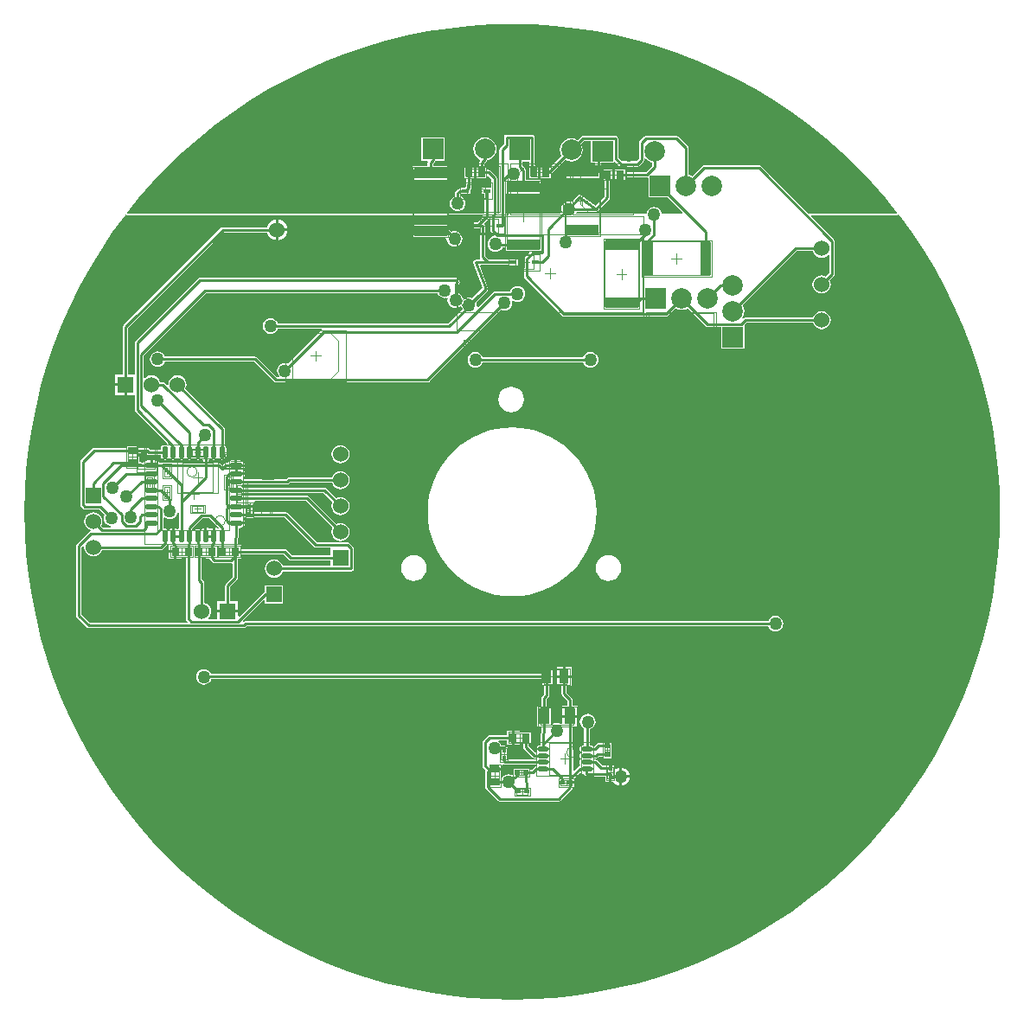
<source format=gbl>
G04 Layer_Physical_Order=2*
G04 Layer_Color=16711680*
%FSLAX43Y43*%
%MOMM*%
G71*
G01*
G75*
%ADD12R,0.450X0.500*%
%ADD13R,0.500X0.450*%
%ADD16R,0.540X0.520*%
%ADD17R,0.850X0.750*%
%ADD18R,0.900X1.350*%
%ADD21R,0.750X0.850*%
%ADD22R,3.200X1.050*%
%ADD23R,1.050X3.200*%
%ADD27C,0.254*%
%ADD28C,0.100*%
%ADD29C,0.050*%
%ADD30C,1.524*%
%ADD31R,1.524X1.524*%
%ADD32R,1.524X1.524*%
%ADD33C,2.000*%
%ADD34R,2.000X2.000*%
%ADD35R,2.000X2.000*%
%ADD36C,1.270*%
%ADD37R,0.520X0.540*%
%ADD38R,1.050X1.650*%
%ADD39R,0.750X0.350*%
%ADD40O,1.250X0.550*%
%ADD41O,0.550X1.250*%
%ADD42O,1.150X0.450*%
G36*
X89025Y112899D02*
X89108Y112843D01*
X89206Y112824D01*
X90584D01*
Y112077D01*
X86846D01*
X86288Y112636D01*
X86204Y112691D01*
X86106Y112711D01*
X81917D01*
Y113133D01*
X81545D01*
Y113724D01*
X81575Y113769D01*
X81595Y113867D01*
Y114715D01*
X81688D01*
X81894Y114756D01*
X82069Y114873D01*
X82186Y115048D01*
X82202Y115127D01*
X81338D01*
Y115381D01*
X82202D01*
X82186Y115460D01*
X82069Y115635D01*
X82018Y115670D01*
X82056Y115797D01*
X82338D01*
Y115679D01*
X83038D01*
Y115797D01*
X86127D01*
X89025Y112899D01*
D02*
G37*
G36*
X72686Y121997D02*
X72770Y121942D01*
X72868Y121922D01*
X74005D01*
Y121829D01*
X74036Y121673D01*
X74125Y121541D01*
X74257Y121452D01*
X74413Y121421D01*
X74569Y121452D01*
X74701Y121541D01*
X74737Y121593D01*
X74889D01*
X74925Y121541D01*
X75057Y121452D01*
X75213Y121421D01*
X75369Y121452D01*
X75501Y121541D01*
X75537Y121593D01*
X75689D01*
X75725Y121541D01*
X75857Y121452D01*
X76013Y121421D01*
X76169Y121452D01*
X76301Y121541D01*
X76337Y121593D01*
X76489D01*
X76525Y121541D01*
X76657Y121452D01*
X76813Y121421D01*
X76969Y121452D01*
X77101Y121541D01*
X77137Y121593D01*
X77289D01*
X77325Y121541D01*
X77457Y121452D01*
X77613Y121421D01*
X77769Y121452D01*
X77901Y121541D01*
X77969D01*
X78032Y121448D01*
X78156Y121364D01*
Y121111D01*
X73903D01*
X73819Y121235D01*
X73644Y121352D01*
X73438Y121393D01*
X73215D01*
Y120854D01*
X72961D01*
Y121393D01*
X72738D01*
X72532Y121352D01*
X72357Y121235D01*
X72275Y121114D01*
X71879Y121207D01*
Y121731D01*
X71765D01*
X71750Y121852D01*
X71750D01*
Y122095D01*
X72588D01*
X72686Y121997D01*
D02*
G37*
G36*
X75756Y116248D02*
Y114744D01*
X75632Y114660D01*
X75594D01*
X75419Y114777D01*
X75340Y114793D01*
Y113929D01*
X75086D01*
Y114793D01*
X75007Y114777D01*
X74832Y114660D01*
X74769Y114567D01*
X74701D01*
X74569Y114656D01*
X74413Y114687D01*
X74374Y114679D01*
X74247Y114783D01*
Y115762D01*
X74374Y115812D01*
X74496Y115719D01*
X74681Y115642D01*
X74879Y115616D01*
X75078Y115642D01*
X75262Y115719D01*
X75421Y115841D01*
X75543Y116000D01*
X75620Y116184D01*
X75629Y116256D01*
X75756Y116248D01*
D02*
G37*
G36*
X74753Y113177D02*
X74809Y113133D01*
X74809Y113133D01*
X74809Y113133D01*
Y112581D01*
X75438D01*
Y112454D01*
X75565D01*
Y111775D01*
X76067D01*
Y111890D01*
X76188Y111904D01*
Y111904D01*
X76431D01*
Y105911D01*
X76451Y105813D01*
X76506Y105729D01*
X76654Y105581D01*
X76606Y105464D01*
X67061D01*
X66246Y106278D01*
Y112873D01*
X66399Y113026D01*
X66519Y112966D01*
X66505Y112860D01*
X66536Y112628D01*
X66625Y112413D01*
X66767Y112227D01*
X66953Y112085D01*
X67168Y111996D01*
X67400Y111965D01*
X67632Y111996D01*
X67847Y112085D01*
X68033Y112227D01*
X68175Y112413D01*
X68254Y112603D01*
X73971D01*
X74070Y112623D01*
X74153Y112678D01*
X74595Y113120D01*
X74650Y113203D01*
X74753Y113177D01*
D02*
G37*
G36*
X79713Y114767D02*
X79705Y114724D01*
X79667Y114702D01*
X79567Y114679D01*
X79419Y114777D01*
X79340Y114793D01*
Y113929D01*
X79086D01*
Y114793D01*
X79007Y114777D01*
X78911Y114714D01*
X78813Y114669D01*
X78715Y114714D01*
X78619Y114777D01*
X78540Y114793D01*
Y113929D01*
X78286D01*
Y114793D01*
X78207Y114777D01*
X78032Y114660D01*
X77969Y114567D01*
X77901D01*
X77769Y114656D01*
X77613Y114687D01*
X77457Y114656D01*
X77325Y114567D01*
X77289Y114515D01*
X77137D01*
X77101Y114567D01*
X77094Y114703D01*
X78135Y115745D01*
X78735D01*
X79713Y114767D01*
D02*
G37*
G36*
X110483Y164028D02*
X112561Y163892D01*
X114632Y163665D01*
X116691Y163348D01*
X118734Y162942D01*
X120758Y162447D01*
X122758Y161864D01*
X124730Y161194D01*
X126672Y160439D01*
X128579Y159600D01*
X130447Y158679D01*
X132273Y157677D01*
X134054Y156596D01*
X135786Y155439D01*
X137466Y154207D01*
X139091Y152903D01*
X140657Y151530D01*
X142162Y150089D01*
X143603Y148584D01*
X144976Y147018D01*
X146102Y145615D01*
X146048Y145500D01*
X137413D01*
X132744Y150169D01*
X132661Y150224D01*
X132563Y150244D01*
X127160D01*
X127160Y150244D01*
X127062Y150224D01*
X126978Y150169D01*
X125997Y149187D01*
X125967Y149210D01*
X125694Y149323D01*
X125657Y149328D01*
Y151994D01*
X125637Y152092D01*
X125582Y152175D01*
X124667Y153090D01*
X124584Y153145D01*
X124486Y153165D01*
X121514D01*
X121415Y153145D01*
X121332Y153090D01*
X121332Y153090D01*
X120875Y152632D01*
X120819Y152549D01*
X120799Y152451D01*
Y150855D01*
X120594Y150650D01*
X119182D01*
X118773Y151059D01*
Y152908D01*
X118754Y153006D01*
X118698Y153090D01*
X118615Y153145D01*
X118516Y153165D01*
X115342D01*
X115342Y153165D01*
X115244Y153145D01*
X115160Y153090D01*
X115160Y153090D01*
X114785Y152714D01*
X114755Y152737D01*
X114482Y152850D01*
X114188Y152889D01*
X113894Y152850D01*
X113621Y152737D01*
X113386Y152556D01*
X113205Y152321D01*
X113092Y152048D01*
X113053Y151754D01*
X113092Y151460D01*
X113205Y151187D01*
X113228Y151157D01*
X112175Y150104D01*
X111213D01*
Y149004D01*
X112213D01*
Y149416D01*
X113591Y150794D01*
X113621Y150771D01*
X113894Y150658D01*
X114188Y150619D01*
X114482Y150658D01*
X114755Y150771D01*
X114990Y150952D01*
X115171Y151187D01*
X115284Y151460D01*
X115323Y151754D01*
X115284Y152048D01*
X115171Y152321D01*
X115148Y152351D01*
X115448Y152651D01*
X116123D01*
Y150529D01*
X116558D01*
Y150304D01*
X113563D01*
Y149004D01*
X117013D01*
Y149497D01*
X117052Y149556D01*
X117072Y149654D01*
Y150529D01*
X118373D01*
Y150566D01*
X118490Y150615D01*
X118894Y150212D01*
X118977Y150156D01*
X119075Y150136D01*
X120701D01*
X120799Y150156D01*
X120882Y150212D01*
X121238Y150567D01*
X121294Y150651D01*
X121313Y150749D01*
Y150920D01*
X121440Y150963D01*
X121526Y150852D01*
X121761Y150671D01*
X122034Y150558D01*
X122071Y150553D01*
Y150173D01*
X121509Y149611D01*
X119488D01*
Y149904D01*
X118488D01*
Y148804D01*
X119488D01*
Y149097D01*
X121615D01*
X121735Y148991D01*
Y147102D01*
X123622D01*
X125106Y145617D01*
X125058Y145500D01*
X123056D01*
X123041Y145613D01*
X122965Y145798D01*
X122843Y145957D01*
X122684Y146079D01*
X122499Y146155D01*
X122301Y146182D01*
X122103Y146155D01*
X121918Y146079D01*
X121759Y145957D01*
X121637Y145798D01*
X121561Y145613D01*
X121546Y145500D01*
X114748D01*
X114690Y145609D01*
X114748Y145717D01*
X116595D01*
X116615Y145721D01*
X116636Y145720D01*
X116664Y145731D01*
X116693Y145736D01*
X116711Y145748D01*
X116730Y145755D01*
X116752Y145776D01*
X116777Y145792D01*
X117920Y146935D01*
X117975Y147018D01*
X117995Y147117D01*
Y148804D01*
X118238D01*
Y149904D01*
X117238D01*
Y148804D01*
X117481D01*
Y147223D01*
X116568Y146310D01*
X115162Y147325D01*
X115134Y147338D01*
X115110Y147354D01*
X115089Y147358D01*
X115070Y147367D01*
X115041Y147368D01*
X115011Y147374D01*
X114991Y147370D01*
X114970Y147370D01*
X114942Y147360D01*
X114913Y147354D01*
X114896Y147343D01*
X114876Y147335D01*
X114854Y147315D01*
X114830Y147298D01*
X114229Y146698D01*
X114191Y146714D01*
X113993Y146740D01*
X113795Y146714D01*
X113610Y146638D01*
X113451Y146516D01*
X113329Y146357D01*
X113253Y146172D01*
X113226Y145974D01*
X113253Y145775D01*
X113268Y145737D01*
X113031Y145500D01*
X107674D01*
Y147414D01*
X107763Y147504D01*
X111213D01*
Y148804D01*
X109745D01*
Y149758D01*
X109725Y149857D01*
X109670Y149940D01*
X109365Y150245D01*
Y150629D01*
X110106D01*
Y150190D01*
X110035Y150104D01*
X109963D01*
Y149004D01*
X110963D01*
Y150104D01*
X110717D01*
X110700Y150189D01*
X110645Y150272D01*
X110620Y150297D01*
Y153010D01*
X110600Y153108D01*
X110545Y153191D01*
X110461Y153247D01*
X110363Y153267D01*
X107848D01*
X107750Y153247D01*
X107667Y153191D01*
X107611Y153108D01*
X107591Y153010D01*
Y152354D01*
X107235Y151997D01*
X107179Y151914D01*
X107160Y151816D01*
Y148742D01*
Y145500D01*
X106912D01*
Y148970D01*
X106892Y149068D01*
X106836Y149151D01*
X106252Y149736D01*
X106169Y149791D01*
X106070Y149811D01*
X105913D01*
Y150104D01*
X105670D01*
Y150439D01*
X105910Y150679D01*
X105957Y150749D01*
X106022Y150758D01*
X106295Y150871D01*
X106530Y151052D01*
X106711Y151287D01*
X106824Y151560D01*
X106863Y151854D01*
X106824Y152148D01*
X106711Y152421D01*
X106530Y152656D01*
X106295Y152837D01*
X106022Y152950D01*
X105728Y152989D01*
X105434Y152950D01*
X105161Y152837D01*
X104926Y152656D01*
X104745Y152421D01*
X104632Y152148D01*
X104593Y151854D01*
X104632Y151560D01*
X104745Y151287D01*
X104926Y151052D01*
X105161Y150871D01*
X105207Y150852D01*
X105209Y150842D01*
X105219Y150710D01*
X105176Y150644D01*
X105156Y150546D01*
Y150104D01*
X104913D01*
Y149004D01*
X105913D01*
Y149168D01*
X106040Y149221D01*
X106398Y148863D01*
Y148054D01*
X105463D01*
Y147454D01*
X105706D01*
Y145500D01*
X70752D01*
X70698Y145615D01*
X71824Y147018D01*
X73197Y148584D01*
X74638Y150089D01*
X76143Y151530D01*
X77709Y152903D01*
X79334Y154207D01*
X81014Y155439D01*
X82746Y156596D01*
X84527Y157677D01*
X86353Y158679D01*
X88221Y159600D01*
X90128Y160439D01*
X92070Y161194D01*
X94042Y161864D01*
X96042Y162447D01*
X98066Y162942D01*
X100109Y163348D01*
X102168Y163665D01*
X104239Y163892D01*
X106317Y164028D01*
X108400Y164074D01*
X110483Y164028D01*
D02*
G37*
G36*
X146278Y145396D02*
X146280Y145393D01*
X147512Y143713D01*
X148669Y141981D01*
X149750Y140200D01*
X150752Y138374D01*
X151673Y136506D01*
X152512Y134599D01*
X153267Y132657D01*
X153937Y130685D01*
X154520Y128685D01*
X155015Y126661D01*
X155421Y124618D01*
X155738Y122559D01*
X155965Y120488D01*
X156101Y118410D01*
X156147Y116327D01*
X156101Y114244D01*
X155965Y112166D01*
X155738Y110095D01*
X155421Y108036D01*
X155015Y105993D01*
X154520Y103969D01*
X153937Y101969D01*
X153267Y99997D01*
X152512Y98055D01*
X151673Y96148D01*
X150752Y94280D01*
X149750Y92454D01*
X148669Y90673D01*
X147512Y88941D01*
X146280Y87261D01*
X144976Y85636D01*
X143603Y84070D01*
X142162Y82565D01*
X140657Y81124D01*
X139091Y79751D01*
X137466Y78447D01*
X135786Y77215D01*
X134054Y76058D01*
X132273Y74977D01*
X130447Y73975D01*
X128579Y73054D01*
X126672Y72215D01*
X124730Y71460D01*
X122758Y70790D01*
X120758Y70207D01*
X118734Y69712D01*
X116691Y69306D01*
X114632Y68989D01*
X112561Y68762D01*
X110483Y68626D01*
X108400Y68580D01*
X106317Y68626D01*
X104239Y68762D01*
X102168Y68989D01*
X100109Y69306D01*
X98066Y69712D01*
X96042Y70207D01*
X94042Y70790D01*
X92070Y71460D01*
X90128Y72215D01*
X88221Y73054D01*
X86353Y73975D01*
X84527Y74977D01*
X82746Y76058D01*
X81014Y77215D01*
X79334Y78447D01*
X77709Y79751D01*
X76143Y81124D01*
X74638Y82565D01*
X73197Y84070D01*
X71824Y85636D01*
X70520Y87261D01*
X69288Y88941D01*
X68131Y90673D01*
X67050Y92454D01*
X66048Y94280D01*
X65127Y96148D01*
X64288Y98055D01*
X63533Y99997D01*
X62863Y101969D01*
X62280Y103969D01*
X61785Y105993D01*
X61379Y108036D01*
X61062Y110095D01*
X60835Y112166D01*
X60699Y114244D01*
X60653Y116327D01*
X60699Y118410D01*
X60835Y120488D01*
X61062Y122559D01*
X61379Y124618D01*
X61785Y126661D01*
X62280Y128685D01*
X62863Y130685D01*
X63533Y132657D01*
X64288Y134599D01*
X65127Y136506D01*
X66048Y138374D01*
X67050Y140200D01*
X68131Y141981D01*
X69288Y143713D01*
X70520Y145393D01*
X70522Y145396D01*
X70564Y145406D01*
X70657Y145404D01*
X70685Y145393D01*
X70708Y145372D01*
X70731Y145374D01*
X70752Y145365D01*
X105519D01*
X105568Y145247D01*
X104975Y144654D01*
X104538D01*
Y144054D01*
X105233D01*
Y141287D01*
X105253Y141189D01*
X105286Y141138D01*
X105238Y141011D01*
X104851D01*
X104807Y141002D01*
X104762Y140995D01*
X104758Y140992D01*
X104753Y140991D01*
X104715Y140966D01*
X104676Y140942D01*
X104674Y140938D01*
X104670Y140936D01*
X104644Y140898D01*
X104618Y140861D01*
X104617Y140856D01*
X104614Y140852D01*
X104605Y140808D01*
X104594Y140764D01*
X104595Y140759D01*
X104594Y140754D01*
X104603Y140710D01*
X104610Y140665D01*
X105509Y138243D01*
X104443Y137268D01*
X104389Y137291D01*
X104191Y137317D01*
X103992Y137291D01*
X103808Y137214D01*
X103724Y137150D01*
X103588Y137206D01*
X103585Y137229D01*
X103508Y137414D01*
X103387Y137573D01*
X103228Y137695D01*
X103102Y137747D01*
Y138527D01*
X103204Y138629D01*
X103260Y138713D01*
X103279Y138811D01*
X103260Y138909D01*
X103204Y138993D01*
X103026Y139170D01*
X102943Y139226D01*
X102845Y139246D01*
X77800D01*
X77800Y139246D01*
X77702Y139226D01*
X77619Y139170D01*
X77619Y139170D01*
X71523Y133074D01*
X71467Y132991D01*
X71447Y132893D01*
Y129816D01*
X70817D01*
Y134335D01*
X80175Y143693D01*
X84409D01*
X84410Y143685D01*
X84513Y143438D01*
X84675Y143225D01*
X84888Y143063D01*
X85135Y142960D01*
X85273Y142942D01*
Y143950D01*
Y144958D01*
X85135Y144940D01*
X84888Y144838D01*
X84675Y144675D01*
X84513Y144462D01*
X84410Y144215D01*
X84409Y144207D01*
X80069D01*
X80069Y144207D01*
X79971Y144187D01*
X79887Y144132D01*
X70378Y134623D01*
X70323Y134539D01*
X70303Y134441D01*
Y129816D01*
X69544D01*
Y128927D01*
X70560D01*
Y128800D01*
X70687D01*
Y127784D01*
X71447D01*
Y126289D01*
X71467Y126190D01*
X71523Y126107D01*
X74610Y123020D01*
X74538Y122912D01*
X74413Y122937D01*
X74257Y122906D01*
X74125Y122817D01*
X74036Y122685D01*
X74005Y122529D01*
Y122436D01*
X72974D01*
X72876Y122534D01*
X72793Y122589D01*
X72695Y122609D01*
X71750D01*
Y122852D01*
X70650D01*
Y122609D01*
X67462D01*
X67364Y122589D01*
X67281Y122534D01*
X66189Y121442D01*
X66133Y121358D01*
X66113Y121260D01*
Y117043D01*
X66133Y116945D01*
X66189Y116862D01*
X66392Y116658D01*
X66475Y116603D01*
X66573Y116583D01*
X67940D01*
X68502Y116021D01*
X68450Y115895D01*
X68424Y115696D01*
X68450Y115498D01*
X68526Y115313D01*
X68648Y115154D01*
X68807Y115032D01*
X68992Y114956D01*
X69135Y114937D01*
X69127Y114810D01*
X68353D01*
X68185Y114978D01*
X68264Y115168D01*
X68295Y115400D01*
X68264Y115632D01*
X68175Y115847D01*
X68033Y116033D01*
X67847Y116175D01*
X67632Y116264D01*
X67400Y116295D01*
X67168Y116264D01*
X66953Y116175D01*
X66767Y116033D01*
X66625Y115847D01*
X66536Y115632D01*
X66505Y115400D01*
X66536Y115168D01*
X66625Y114953D01*
X66767Y114767D01*
X66953Y114625D01*
X67133Y114550D01*
X67122Y114419D01*
X67086Y114411D01*
X67002Y114356D01*
X65808Y113161D01*
X65752Y113078D01*
X65732Y112979D01*
Y106172D01*
X65752Y106074D01*
X65808Y105990D01*
X66773Y105025D01*
X66856Y104969D01*
X66954Y104950D01*
X82118D01*
X82217Y104969D01*
X82300Y105025D01*
X82402Y105128D01*
X133471D01*
X133523Y105001D01*
X133645Y104843D01*
X133804Y104721D01*
X133989Y104644D01*
X134187Y104618D01*
X134386Y104644D01*
X134571Y104721D01*
X134729Y104843D01*
X134851Y105001D01*
X134928Y105186D01*
X134954Y105385D01*
X134928Y105583D01*
X134851Y105768D01*
X134729Y105927D01*
X134571Y106048D01*
X134386Y106125D01*
X134187Y106151D01*
X133989Y106125D01*
X133804Y106048D01*
X133645Y105927D01*
X133523Y105768D01*
X133471Y105642D01*
X82296D01*
X82198Y105622D01*
X82114Y105566D01*
X82095Y105547D01*
X82090Y105548D01*
X82048Y105686D01*
X84096Y107733D01*
X84213Y107685D01*
Y107343D01*
X85987D01*
Y109117D01*
X84213D01*
Y108484D01*
X84131Y108467D01*
X84047Y108412D01*
X81703Y106068D01*
X81586Y106117D01*
Y106473D01*
X79554D01*
Y105843D01*
X78698D01*
X78671Y105922D01*
X78665Y105970D01*
X78805Y106153D01*
X78894Y106368D01*
X78925Y106600D01*
X78894Y106832D01*
X78805Y107047D01*
X78663Y107233D01*
X78477Y107375D01*
X78287Y107454D01*
Y109372D01*
X78267Y109471D01*
X78212Y109554D01*
X78020Y109746D01*
Y111904D01*
X78263D01*
Y111904D01*
X78384Y111890D01*
Y111775D01*
X78766D01*
X78776Y111727D01*
X78831Y111644D01*
X79066Y111409D01*
X79150Y111353D01*
X79248Y111333D01*
X80874D01*
X80904Y111339D01*
X81031Y111251D01*
Y109968D01*
X80388Y109325D01*
X80333Y109242D01*
X80313Y109144D01*
Y107616D01*
X79554D01*
Y106727D01*
X81586D01*
Y107616D01*
X80827D01*
Y109037D01*
X81470Y109680D01*
X81525Y109763D01*
X81545Y109862D01*
Y111775D01*
X81917D01*
Y112197D01*
X86000D01*
X86558Y111638D01*
X86642Y111583D01*
X86740Y111563D01*
X90584D01*
Y111027D01*
X85954D01*
X85875Y111217D01*
X85733Y111403D01*
X85547Y111545D01*
X85332Y111634D01*
X85100Y111665D01*
X84868Y111634D01*
X84653Y111545D01*
X84467Y111403D01*
X84325Y111217D01*
X84236Y111002D01*
X84205Y110770D01*
X84236Y110539D01*
X84325Y110323D01*
X84467Y110137D01*
X84653Y109995D01*
X84868Y109906D01*
X85100Y109875D01*
X85332Y109906D01*
X85547Y109995D01*
X85733Y110137D01*
X85875Y110323D01*
X85954Y110513D01*
X92634D01*
X92732Y110533D01*
X92815Y110588D01*
X92871Y110672D01*
X92891Y110770D01*
Y112776D01*
X92891Y112776D01*
X92871Y112874D01*
X92815Y112958D01*
X92511Y113262D01*
X92427Y113318D01*
X92329Y113338D01*
X89313D01*
X86415Y116236D01*
X86331Y116291D01*
X86233Y116311D01*
X83278D01*
X83167Y116350D01*
Y116727D01*
X82688D01*
Y116981D01*
X83167D01*
Y117358D01*
X83278Y117397D01*
X88200D01*
X90815Y114782D01*
X90736Y114592D01*
X90705Y114360D01*
X90736Y114128D01*
X90825Y113913D01*
X90967Y113727D01*
X91153Y113585D01*
X91368Y113496D01*
X91600Y113465D01*
X91832Y113496D01*
X92047Y113585D01*
X92233Y113727D01*
X92375Y113913D01*
X92464Y114128D01*
X92495Y114360D01*
X92464Y114592D01*
X92375Y114807D01*
X92233Y114993D01*
X92047Y115135D01*
X91832Y115224D01*
X91600Y115255D01*
X91368Y115224D01*
X91178Y115145D01*
X88488Y117836D01*
X88404Y117891D01*
X88306Y117911D01*
X81997D01*
X81976Y117942D01*
X81924Y117978D01*
Y118101D01*
X82023Y118197D01*
X89940D01*
X90815Y117322D01*
X90736Y117132D01*
X90705Y116900D01*
X90736Y116668D01*
X90825Y116453D01*
X90967Y116267D01*
X91153Y116125D01*
X91368Y116036D01*
X91600Y116005D01*
X91832Y116036D01*
X92047Y116125D01*
X92233Y116267D01*
X92375Y116453D01*
X92464Y116668D01*
X92495Y116900D01*
X92464Y117132D01*
X92375Y117347D01*
X92233Y117533D01*
X92047Y117675D01*
X91832Y117764D01*
X91600Y117795D01*
X91368Y117764D01*
X91178Y117685D01*
X90228Y118636D01*
X90144Y118691D01*
X90046Y118711D01*
X81997D01*
X81976Y118742D01*
X81924Y118778D01*
Y118901D01*
X82023Y118997D01*
X86360D01*
X86458Y119017D01*
X86542Y119072D01*
X86652Y119183D01*
X90746D01*
X90825Y118993D01*
X90967Y118807D01*
X91153Y118665D01*
X91368Y118576D01*
X91600Y118545D01*
X91832Y118576D01*
X92047Y118665D01*
X92233Y118807D01*
X92375Y118993D01*
X92464Y119208D01*
X92495Y119440D01*
X92464Y119672D01*
X92375Y119887D01*
X92233Y120073D01*
X92047Y120215D01*
X91832Y120304D01*
X91600Y120335D01*
X91368Y120304D01*
X91153Y120215D01*
X90967Y120073D01*
X90825Y119887D01*
X90746Y119697D01*
X86546D01*
X86448Y119677D01*
X86364Y119622D01*
X86254Y119511D01*
X82056D01*
X82018Y119638D01*
X82069Y119673D01*
X82186Y119848D01*
X82202Y119927D01*
X81338D01*
Y120181D01*
X82202D01*
X82186Y120260D01*
X82069Y120435D01*
Y120473D01*
X82186Y120648D01*
X82202Y120727D01*
X81338D01*
Y120854D01*
X81211D01*
Y121393D01*
X80988D01*
X80782Y121352D01*
X80607Y121235D01*
X80523Y121111D01*
X80366D01*
X80366Y121111D01*
X80267Y121091D01*
X80184Y121036D01*
X80035Y120886D01*
X79885Y121036D01*
X79802Y121091D01*
X79703Y121111D01*
X78670D01*
Y121364D01*
X78794Y121448D01*
X78857Y121541D01*
X78925D01*
X79057Y121452D01*
X79213Y121421D01*
X79369Y121452D01*
X79501Y121541D01*
X79537Y121593D01*
X79689D01*
X79725Y121541D01*
X79857Y121452D01*
X80013Y121421D01*
X80169Y121452D01*
X80301Y121541D01*
X80390Y121673D01*
X80421Y121829D01*
Y122529D01*
X80390Y122685D01*
X80301Y122817D01*
X80270Y122838D01*
Y124427D01*
X80250Y124525D01*
X80195Y124609D01*
X76425Y128378D01*
X76504Y128568D01*
X76535Y128800D01*
X76504Y129032D01*
X76415Y129247D01*
X76273Y129433D01*
X76087Y129575D01*
X75872Y129664D01*
X75640Y129695D01*
X75408Y129664D01*
X75193Y129575D01*
X75007Y129433D01*
X74865Y129247D01*
X74776Y129032D01*
X74746Y128803D01*
X74707Y128773D01*
X74632Y128736D01*
X74387Y128982D01*
X74304Y129037D01*
X74205Y129057D01*
X73954D01*
X73875Y129247D01*
X73733Y129433D01*
X73547Y129575D01*
X73332Y129664D01*
X73100Y129695D01*
X72868Y129664D01*
X72653Y129575D01*
X72469Y129434D01*
X72421Y129440D01*
X72342Y129467D01*
Y131644D01*
X78465Y137767D01*
X101087D01*
X101139Y137640D01*
X101261Y137482D01*
X101420Y137360D01*
X101605Y137283D01*
X101803Y137257D01*
X101988Y137281D01*
X102016Y137269D01*
X102098Y137186D01*
X102078Y137031D01*
X102104Y136832D01*
X102181Y136648D01*
X102303Y136489D01*
X102461Y136367D01*
X102646Y136290D01*
X102845Y136264D01*
X103043Y136290D01*
X103228Y136367D01*
X103312Y136431D01*
X103447Y136375D01*
X103450Y136352D01*
X103525Y136172D01*
X102129Y134775D01*
X85476D01*
X85424Y134902D01*
X85302Y135060D01*
X85143Y135182D01*
X84958Y135259D01*
X84760Y135285D01*
X84561Y135259D01*
X84377Y135182D01*
X84218Y135060D01*
X84096Y134902D01*
X84019Y134717D01*
X83993Y134518D01*
X84019Y134320D01*
X84096Y134135D01*
X84218Y133976D01*
X84377Y133855D01*
X84561Y133778D01*
X84760Y133752D01*
X84958Y133778D01*
X85143Y133855D01*
X85302Y133976D01*
X85424Y134135D01*
X85476Y134261D01*
X89736D01*
X89776Y134164D01*
X89778Y134134D01*
X86482Y130838D01*
X86355Y130890D01*
X86157Y130916D01*
X85958Y130890D01*
X85774Y130813D01*
X85615Y130692D01*
X85493Y130533D01*
X85416Y130348D01*
X85390Y130150D01*
X85416Y129951D01*
X85493Y129766D01*
X85585Y129647D01*
X85533Y129520D01*
X85376D01*
X83447Y131449D01*
X83363Y131505D01*
X83265Y131524D01*
X74427D01*
X74375Y131650D01*
X74253Y131809D01*
X74094Y131931D01*
X73909Y132008D01*
X73711Y132034D01*
X73512Y132008D01*
X73328Y131931D01*
X73169Y131809D01*
X73047Y131650D01*
X72970Y131466D01*
X72944Y131267D01*
X72970Y131069D01*
X73047Y130884D01*
X73169Y130725D01*
X73328Y130603D01*
X73512Y130527D01*
X73711Y130501D01*
X73909Y130527D01*
X74094Y130603D01*
X74253Y130725D01*
X74375Y130884D01*
X74427Y131010D01*
X83159D01*
X85088Y129081D01*
X85171Y129025D01*
X85270Y129006D01*
X85270Y129006D01*
X100129D01*
X100227Y129025D01*
X100310Y129081D01*
X107320Y136091D01*
X107447Y136039D01*
X107645Y136012D01*
X107844Y136039D01*
X108028Y136115D01*
X108187Y136237D01*
X108309Y136396D01*
X108386Y136581D01*
X108412Y136779D01*
X108389Y136954D01*
X108440Y137000D01*
X108503Y137027D01*
X108532Y137004D01*
X108717Y136928D01*
X108915Y136901D01*
X109114Y136928D01*
X109298Y137004D01*
X109457Y137126D01*
X109579Y137285D01*
X109656Y137470D01*
X109682Y137668D01*
X109656Y137866D01*
X109579Y138051D01*
X109457Y138210D01*
X109298Y138332D01*
X109114Y138408D01*
X108915Y138435D01*
X108717Y138408D01*
X108532Y138332D01*
X108373Y138210D01*
X108251Y138051D01*
X108199Y137925D01*
X106705D01*
X106607Y137905D01*
X106524Y137850D01*
X105064Y136390D01*
X104944Y136450D01*
X104957Y136550D01*
X104931Y136749D01*
X104893Y136842D01*
X105995Y137992D01*
X106018Y138027D01*
X106043Y138061D01*
X106043Y138062D01*
X106044Y138062D01*
X106045Y138070D01*
X106049Y138076D01*
X106057Y138117D01*
X106067Y138158D01*
X106067Y138159D01*
X106067Y138160D01*
X106066Y138168D01*
X106067Y138175D01*
X106058Y138216D01*
X106052Y138257D01*
X106051Y138258D01*
X106051Y138259D01*
X105259Y140393D01*
X105332Y140497D01*
X108013D01*
Y140454D01*
X109013D01*
Y141054D01*
X108013D01*
Y141011D01*
X106129D01*
X105747Y141393D01*
Y144354D01*
X105727Y144452D01*
X105672Y144536D01*
X105664Y144616D01*
X106145Y145097D01*
X106169Y145134D01*
X106296Y145095D01*
Y143866D01*
X106316Y143767D01*
X106371Y143684D01*
X106644Y143411D01*
X106603Y143291D01*
X106558Y143285D01*
X106373Y143209D01*
X106214Y143087D01*
X106092Y142928D01*
X106016Y142743D01*
X105990Y142545D01*
X106016Y142346D01*
X106092Y142162D01*
X106214Y142003D01*
X106373Y141881D01*
X106558Y141804D01*
X106756Y141778D01*
X106955Y141804D01*
X107139Y141881D01*
X107298Y142003D01*
X107420Y142162D01*
X107435Y142197D01*
X107763D01*
Y141804D01*
X110058D01*
X110107Y141687D01*
X109623Y141202D01*
X109567Y141119D01*
X109547Y141021D01*
Y139395D01*
X109567Y139297D01*
X109623Y139214D01*
X113306Y135531D01*
X113389Y135475D01*
X113487Y135455D01*
X113487Y135455D01*
X123485D01*
X123583Y135475D01*
X123667Y135531D01*
X124403Y136267D01*
X124433Y136244D01*
X124706Y136131D01*
X125000Y136092D01*
X125294Y136131D01*
X125567Y136244D01*
X125597Y136267D01*
X127349Y134515D01*
X127433Y134459D01*
X127531Y134439D01*
X128875D01*
Y132302D01*
X131125D01*
Y134552D01*
X131125Y134552D01*
X131125D01*
X131167Y134664D01*
X131346Y134843D01*
X137846D01*
X137925Y134653D01*
X138067Y134467D01*
X138253Y134325D01*
X138468Y134236D01*
X138700Y134205D01*
X138932Y134236D01*
X139147Y134325D01*
X139333Y134467D01*
X139475Y134653D01*
X139564Y134869D01*
X139595Y135100D01*
X139564Y135332D01*
X139475Y135547D01*
X139333Y135733D01*
X139147Y135875D01*
X138932Y135964D01*
X138700Y135995D01*
X138468Y135964D01*
X138253Y135875D01*
X138067Y135733D01*
X137925Y135547D01*
X137846Y135357D01*
X131239D01*
X131141Y135337D01*
X131058Y135282D01*
X131035Y135259D01*
X130939Y135343D01*
X130983Y135400D01*
X131096Y135673D01*
X131135Y135967D01*
X131096Y136261D01*
X130983Y136534D01*
X130960Y136564D01*
X136239Y141843D01*
X137846D01*
X137925Y141653D01*
X138067Y141467D01*
X138253Y141325D01*
X138468Y141236D01*
X138700Y141205D01*
X138932Y141236D01*
X139147Y141325D01*
X139333Y141467D01*
X139348Y141488D01*
X139468Y141447D01*
Y139732D01*
X139122Y139385D01*
X138932Y139464D01*
X138700Y139495D01*
X138468Y139464D01*
X138253Y139375D01*
X138067Y139233D01*
X137925Y139047D01*
X137836Y138832D01*
X137805Y138600D01*
X137836Y138368D01*
X137925Y138153D01*
X138067Y137967D01*
X138253Y137825D01*
X138468Y137736D01*
X138700Y137705D01*
X138932Y137736D01*
X139147Y137825D01*
X139333Y137967D01*
X139475Y138153D01*
X139564Y138368D01*
X139595Y138600D01*
X139564Y138832D01*
X139485Y139022D01*
X139907Y139444D01*
X139963Y139527D01*
X139982Y139625D01*
Y142824D01*
X139963Y142923D01*
X139907Y143006D01*
X137666Y145247D01*
X137714Y145365D01*
X146048D01*
X146069Y145374D01*
X146092Y145372D01*
X146115Y145393D01*
X146143Y145404D01*
X146236Y145406D01*
X146278Y145396D01*
D02*
G37*
%LPC*%
G36*
X75311Y112327D02*
X74809D01*
Y111775D01*
X75311D01*
Y112327D01*
D02*
G37*
G36*
X104663Y150104D02*
X103663D01*
Y149004D01*
X103906D01*
Y148210D01*
X103750Y148054D01*
X103313D01*
Y148011D01*
X103304D01*
X103206Y147991D01*
X103122Y147936D01*
X102892Y147705D01*
X102836Y147622D01*
X102816Y147523D01*
Y147249D01*
X102690Y147196D01*
X102531Y147075D01*
X102409Y146916D01*
X102333Y146731D01*
X102307Y146533D01*
X102333Y146334D01*
X102409Y146149D01*
X102531Y145991D01*
X102690Y145869D01*
X102875Y145792D01*
X103073Y145766D01*
X103272Y145792D01*
X103456Y145869D01*
X103615Y145991D01*
X103737Y146149D01*
X103814Y146334D01*
X103840Y146533D01*
X103814Y146731D01*
X103737Y146916D01*
X103615Y147075D01*
X103456Y147196D01*
X103330Y147249D01*
Y147417D01*
X103367Y147454D01*
X104313D01*
Y147891D01*
X104345Y147922D01*
X104400Y148006D01*
X104420Y148104D01*
Y149004D01*
X104663D01*
Y150104D01*
D02*
G37*
G36*
X101773Y152979D02*
X99523D01*
Y150729D01*
X100055D01*
X100079Y150707D01*
X100142Y150602D01*
X100131Y150546D01*
Y150154D01*
X98663D01*
Y148854D01*
X102113D01*
Y150154D01*
X100645D01*
Y150439D01*
X100830Y150624D01*
X100885Y150707D01*
X100890Y150729D01*
X101773D01*
Y152979D01*
D02*
G37*
G36*
X98774Y112090D02*
X98447Y112047D01*
X98142Y111921D01*
X97881Y111720D01*
X97680Y111458D01*
X97554Y111154D01*
X97511Y110827D01*
X97554Y110500D01*
X97680Y110196D01*
X97881Y109934D01*
X98142Y109733D01*
X98447Y109607D01*
X98774Y109564D01*
X99101Y109607D01*
X99405Y109733D01*
X99667Y109934D01*
X99867Y110196D01*
X99993Y110500D01*
X100037Y110827D01*
X99993Y111154D01*
X99867Y111458D01*
X99667Y111720D01*
X99405Y111921D01*
X99101Y112047D01*
X98774Y112090D01*
D02*
G37*
G36*
X108400Y124589D02*
X107590Y124549D01*
X106788Y124430D01*
X106002Y124233D01*
X105238Y123960D01*
X104505Y123613D01*
X103810Y123197D01*
X103159Y122714D01*
X102558Y122169D01*
X102013Y121568D01*
X101530Y120917D01*
X101114Y120222D01*
X100767Y119489D01*
X100494Y118725D01*
X100297Y117939D01*
X100178Y117137D01*
X100138Y116327D01*
X100178Y115517D01*
X100297Y114715D01*
X100494Y113929D01*
X100767Y113165D01*
X101114Y112432D01*
X101530Y111737D01*
X102013Y111086D01*
X102558Y110485D01*
X103159Y109940D01*
X103810Y109457D01*
X104505Y109041D01*
X105238Y108694D01*
X106002Y108421D01*
X106788Y108224D01*
X107590Y108105D01*
X108400Y108065D01*
X109210Y108105D01*
X110012Y108224D01*
X110798Y108421D01*
X111562Y108694D01*
X112295Y109041D01*
X112990Y109457D01*
X113641Y109940D01*
X114242Y110485D01*
X114787Y111086D01*
X115270Y111737D01*
X115686Y112432D01*
X116033Y113165D01*
X116306Y113929D01*
X116503Y114715D01*
X116622Y115517D01*
X116662Y116327D01*
X116622Y117137D01*
X116503Y117939D01*
X116306Y118725D01*
X116033Y119489D01*
X115686Y120222D01*
X115270Y120917D01*
X114787Y121568D01*
X114242Y122169D01*
X113641Y122714D01*
X112990Y123197D01*
X112295Y123613D01*
X111562Y123960D01*
X110798Y124233D01*
X110012Y124430D01*
X109210Y124549D01*
X108400Y124589D01*
D02*
G37*
G36*
X117826Y112090D02*
X117499Y112047D01*
X117195Y111921D01*
X116933Y111720D01*
X116733Y111458D01*
X116607Y111154D01*
X116563Y110827D01*
X116607Y110500D01*
X116733Y110196D01*
X116933Y109934D01*
X117195Y109733D01*
X117499Y109607D01*
X117826Y109564D01*
X118153Y109607D01*
X118458Y109733D01*
X118719Y109934D01*
X118920Y110196D01*
X119046Y110500D01*
X119089Y110827D01*
X119046Y111154D01*
X118920Y111458D01*
X118719Y111720D01*
X118458Y111921D01*
X118153Y112047D01*
X117826Y112090D01*
D02*
G37*
G36*
X114204Y100073D02*
X113500D01*
X112796D01*
Y99271D01*
X113243D01*
Y98517D01*
X113263Y98419D01*
X113318Y98336D01*
X113818Y97836D01*
Y97379D01*
X113296D01*
Y96427D01*
X114075D01*
X114854D01*
Y97379D01*
X114332D01*
Y97942D01*
X114312Y98041D01*
X114257Y98124D01*
X113757Y98624D01*
Y99271D01*
X114204D01*
Y100073D01*
D02*
G37*
G36*
X119151Y91307D02*
Y90554D01*
X119904D01*
X119891Y90659D01*
X119801Y90875D01*
X119658Y91061D01*
X119473Y91204D01*
X119256Y91293D01*
X119151Y91307D01*
D02*
G37*
G36*
X119904Y90300D02*
X119151D01*
Y89547D01*
X119256Y89561D01*
X119473Y89650D01*
X119658Y89793D01*
X119801Y89979D01*
X119891Y90195D01*
X119904Y90300D01*
D02*
G37*
G36*
X112375Y101000D02*
X111225D01*
Y100457D01*
X78939D01*
X78896Y100561D01*
X78774Y100720D01*
X78615Y100841D01*
X78430Y100918D01*
X78232Y100944D01*
X78034Y100918D01*
X77849Y100841D01*
X77690Y100720D01*
X77568Y100561D01*
X77492Y100376D01*
X77465Y100178D01*
X77492Y99979D01*
X77568Y99794D01*
X77690Y99636D01*
X77849Y99514D01*
X78034Y99437D01*
X78232Y99411D01*
X78430Y99437D01*
X78615Y99514D01*
X78774Y99636D01*
X78896Y99794D01*
X78957Y99943D01*
X111225D01*
Y99400D01*
X111543D01*
Y98476D01*
X111343Y98276D01*
X111288Y98193D01*
X111268Y98095D01*
Y97250D01*
X110875D01*
Y95350D01*
X111268D01*
Y94828D01*
X111226Y94764D01*
X111206Y94666D01*
Y93486D01*
X111113D01*
X110976Y93459D01*
X110861Y93381D01*
X110783Y93266D01*
X110756Y93129D01*
X110783Y92992D01*
X110861Y92877D01*
X110804Y92776D01*
X110660Y92774D01*
X110007Y93427D01*
Y93677D01*
X110250D01*
Y94777D01*
X109250D01*
Y94777D01*
X109129Y94792D01*
Y94906D01*
X108627D01*
Y94227D01*
Y93548D01*
X109129D01*
Y93662D01*
X109250Y93677D01*
Y93677D01*
X109493D01*
Y93321D01*
X109513Y93222D01*
X109568Y93139D01*
X110410Y92297D01*
X110410Y92297D01*
X110493Y92242D01*
X110592Y92222D01*
X110592Y92222D01*
X110718D01*
X110761Y92153D01*
X110718Y92086D01*
X107950D01*
Y92602D01*
X107950D01*
Y92652D01*
X107950D01*
Y93402D01*
X107740D01*
X107698Y93430D01*
X107600Y93450D01*
X107371D01*
X107318Y93576D01*
X107197Y93735D01*
X107055Y93843D01*
X107061Y93908D01*
X107090Y93970D01*
X107871D01*
Y93548D01*
X108373D01*
Y94227D01*
Y94906D01*
X107871D01*
Y94484D01*
X106218D01*
X106119Y94464D01*
X106036Y94409D01*
X105586Y93958D01*
X105530Y93875D01*
X105511Y93777D01*
Y91440D01*
X105530Y91342D01*
X105586Y91258D01*
X105808Y91036D01*
X105786Y91005D01*
X105785Y91000D01*
X105782Y90996D01*
X105773Y90951D01*
X105763Y90907D01*
X105764Y90902D01*
X105763Y90898D01*
Y89408D01*
X105782Y89310D01*
X105838Y89226D01*
X107006Y88058D01*
X107090Y88002D01*
X107188Y87983D01*
X112979D01*
X113078Y88002D01*
X113161Y88058D01*
X114282Y89179D01*
X114337Y89262D01*
X114354Y89348D01*
X114604D01*
Y89700D01*
X114100D01*
Y89954D01*
X114604D01*
Y90306D01*
X114604Y90306D01*
X114604D01*
X114655Y90412D01*
X115053Y90810D01*
X115176Y90728D01*
X115363Y90691D01*
X115443D01*
X115460Y90605D01*
X115515Y90522D01*
X115599Y90466D01*
X115697Y90446D01*
X117521D01*
Y89923D01*
X117873D01*
Y90427D01*
X118127D01*
Y89923D01*
X118291D01*
X118390Y89793D01*
X118576Y89650D01*
X118792Y89561D01*
X118897Y89547D01*
Y90427D01*
Y91307D01*
X118792Y91293D01*
X118576Y91204D01*
X118477Y91128D01*
X118350Y91190D01*
Y91602D01*
X117650D01*
Y91484D01*
X117244D01*
X116717Y92011D01*
X116634Y92066D01*
X116535Y92086D01*
X116458D01*
X116415Y92155D01*
X116458Y92222D01*
X116637D01*
X116735Y92242D01*
X116818Y92297D01*
X116881Y92360D01*
X117315D01*
Y92222D01*
X118085D01*
Y93012D01*
X118085D01*
Y93042D01*
X118085D01*
Y93832D01*
X117315D01*
Y93694D01*
X116843D01*
X116843Y93694D01*
X116745Y93674D01*
X116662Y93619D01*
X116662Y93619D01*
X116429Y93386D01*
X116309D01*
X116200Y93459D01*
X116063Y93486D01*
X115970D01*
Y95039D01*
X115998Y95043D01*
X116183Y95120D01*
X116342Y95241D01*
X116464Y95400D01*
X116540Y95585D01*
X116567Y95783D01*
X116540Y95982D01*
X116464Y96167D01*
X116342Y96325D01*
X116183Y96447D01*
X115998Y96524D01*
X115800Y96550D01*
X115602Y96524D01*
X115417Y96447D01*
X115258Y96325D01*
X115136Y96167D01*
X115060Y95982D01*
X115033Y95783D01*
X115060Y95585D01*
X115136Y95400D01*
X115258Y95241D01*
X115417Y95120D01*
X115456Y95103D01*
Y93486D01*
X115363D01*
X115226Y93459D01*
X115111Y93381D01*
X115033Y93266D01*
X115006Y93129D01*
X115033Y92992D01*
X115111Y92877D01*
X115124Y92868D01*
Y92741D01*
X115111Y92731D01*
X115033Y92616D01*
X115006Y92479D01*
X115033Y92342D01*
X115111Y92227D01*
X115124Y92217D01*
Y92090D01*
X115111Y92081D01*
X115033Y91966D01*
X115006Y91829D01*
X115033Y91692D01*
X115106Y91583D01*
X115018Y91524D01*
X114934Y91399D01*
X114877Y91361D01*
X114474Y90958D01*
X114357Y91007D01*
Y93040D01*
X114337Y93139D01*
X114332Y93147D01*
Y95221D01*
X114854D01*
Y96173D01*
X114075D01*
X113296D01*
Y95594D01*
X113169Y95531D01*
X113134Y95558D01*
X112949Y95635D01*
X112751Y95661D01*
X112552Y95635D01*
X112367Y95558D01*
X112302Y95508D01*
X112175Y95571D01*
Y97250D01*
X111782D01*
Y97988D01*
X111982Y98188D01*
X111982Y98188D01*
X112037Y98271D01*
X112057Y98370D01*
Y99400D01*
X112375D01*
Y101000D01*
D02*
G37*
G36*
X114204Y101129D02*
X113627D01*
Y100327D01*
X114204D01*
Y101129D01*
D02*
G37*
G36*
X113373D02*
X112796D01*
Y100327D01*
X113373D01*
Y101129D01*
D02*
G37*
G36*
X70433Y128673D02*
X69544D01*
Y127784D01*
X70433D01*
Y128673D01*
D02*
G37*
G36*
X108300Y128590D02*
X107973Y128547D01*
X107669Y128421D01*
X107407Y128220D01*
X107206Y127958D01*
X107080Y127654D01*
X107037Y127327D01*
X107080Y127000D01*
X107206Y126696D01*
X107407Y126434D01*
X107669Y126233D01*
X107973Y126107D01*
X108300Y126064D01*
X108627Y126107D01*
X108931Y126233D01*
X109193Y126434D01*
X109394Y126696D01*
X109520Y127000D01*
X109563Y127327D01*
X109520Y127654D01*
X109394Y127958D01*
X109193Y128220D01*
X108931Y128421D01*
X108627Y128547D01*
X108300Y128590D01*
D02*
G37*
G36*
X116076Y131983D02*
X115877Y131957D01*
X115693Y131880D01*
X115534Y131758D01*
X115412Y131600D01*
X115360Y131473D01*
X105516D01*
X105464Y131600D01*
X105342Y131758D01*
X105183Y131880D01*
X104998Y131957D01*
X104800Y131983D01*
X104602Y131957D01*
X104417Y131880D01*
X104258Y131758D01*
X104136Y131600D01*
X104060Y131415D01*
X104033Y131216D01*
X104060Y131018D01*
X104136Y130833D01*
X104258Y130674D01*
X104417Y130553D01*
X104602Y130476D01*
X104800Y130450D01*
X104998Y130476D01*
X105183Y130553D01*
X105342Y130674D01*
X105464Y130833D01*
X105516Y130959D01*
X115360D01*
X115412Y130833D01*
X115534Y130674D01*
X115693Y130553D01*
X115877Y130476D01*
X116076Y130450D01*
X116274Y130476D01*
X116459Y130553D01*
X116618Y130674D01*
X116740Y130833D01*
X116816Y131018D01*
X116842Y131216D01*
X116816Y131415D01*
X116740Y131600D01*
X116618Y131758D01*
X116459Y131880D01*
X116274Y131957D01*
X116076Y131983D01*
D02*
G37*
G36*
X86408Y143823D02*
X85527D01*
Y142942D01*
X85665Y142960D01*
X85912Y143063D01*
X86125Y143225D01*
X86287Y143438D01*
X86390Y143685D01*
X86408Y143823D01*
D02*
G37*
G36*
X102113Y144454D02*
X98663D01*
Y143154D01*
X101908D01*
X101992Y143059D01*
X101991Y143053D01*
X102017Y142854D01*
X102094Y142670D01*
X102216Y142511D01*
X102374Y142389D01*
X102559Y142312D01*
X102758Y142286D01*
X102956Y142312D01*
X103141Y142389D01*
X103300Y142511D01*
X103421Y142670D01*
X103498Y142854D01*
X103524Y143053D01*
X103498Y143251D01*
X103421Y143436D01*
X103300Y143595D01*
X103141Y143717D01*
X102956Y143793D01*
X102758Y143819D01*
X102559Y143793D01*
X102433Y143741D01*
X102188Y143986D01*
X102113Y144036D01*
Y144454D01*
D02*
G37*
G36*
X81688Y121393D02*
X81465D01*
Y120981D01*
X82202D01*
X82186Y121060D01*
X82069Y121235D01*
X81894Y121352D01*
X81688Y121393D01*
D02*
G37*
G36*
X85527Y144958D02*
Y144077D01*
X86408D01*
X86390Y144215D01*
X86287Y144462D01*
X86125Y144675D01*
X85912Y144838D01*
X85665Y144940D01*
X85527Y144958D01*
D02*
G37*
G36*
X91600Y122875D02*
X91368Y122844D01*
X91153Y122755D01*
X90967Y122613D01*
X90825Y122427D01*
X90736Y122212D01*
X90705Y121980D01*
X90736Y121748D01*
X90825Y121533D01*
X90967Y121347D01*
X91153Y121205D01*
X91368Y121116D01*
X91600Y121085D01*
X91832Y121116D01*
X92047Y121205D01*
X92233Y121347D01*
X92375Y121533D01*
X92464Y121748D01*
X92495Y121980D01*
X92464Y122212D01*
X92375Y122427D01*
X92233Y122613D01*
X92047Y122755D01*
X91832Y122844D01*
X91600Y122875D01*
D02*
G37*
%LPD*%
G36*
X107506Y91591D02*
X107600Y91572D01*
X110718D01*
X110765Y91495D01*
X110727Y91428D01*
X110667Y91416D01*
X110584Y91361D01*
X110307Y91084D01*
X110115D01*
Y91212D01*
X109325D01*
Y91212D01*
X109295D01*
Y91212D01*
X108505D01*
Y90616D01*
X108467Y90581D01*
X108382Y90540D01*
X108225Y90606D01*
X108026Y90632D01*
X107828Y90606D01*
X107643Y90529D01*
X107484Y90407D01*
X107400Y90298D01*
X107271Y90324D01*
X107250Y90402D01*
X107265Y90523D01*
X107379D01*
Y91025D01*
X106700D01*
Y91279D01*
X107379D01*
Y91521D01*
X107501Y91591D01*
X107506Y91591D01*
D02*
G37*
D12*
X82688Y116854D02*
D03*
Y116054D02*
D03*
X118000Y91227D02*
D03*
Y90427D02*
D03*
X107600Y93027D02*
D03*
Y92227D02*
D03*
D13*
X114100Y89827D02*
D03*
X113300D02*
D03*
X109800Y88927D02*
D03*
X109000D02*
D03*
D16*
X109720Y90827D02*
D03*
X108900D02*
D03*
D17*
X106700Y89902D02*
D03*
Y91152D02*
D03*
X71200Y121102D02*
D03*
Y122352D02*
D03*
D18*
X113500Y100200D02*
D03*
X111800D02*
D03*
D21*
X118988Y149354D02*
D03*
X117738D02*
D03*
X111713Y149554D02*
D03*
X110463D02*
D03*
X105413Y149554D02*
D03*
X104163D02*
D03*
X81288Y112454D02*
D03*
X80038D02*
D03*
X76688D02*
D03*
X75438D02*
D03*
X79013D02*
D03*
X77763D02*
D03*
X108500Y94227D02*
D03*
X109750D02*
D03*
D22*
X100388Y143804D02*
D03*
Y149504D02*
D03*
X109488Y148154D02*
D03*
Y142454D02*
D03*
X115288Y149654D02*
D03*
Y143954D02*
D03*
X119100Y142477D02*
D03*
Y136777D02*
D03*
D23*
X127350Y141127D02*
D03*
X121650D02*
D03*
D27*
X80038Y112454D02*
Y113157D01*
X80013Y113182D02*
X80038Y113157D01*
X80013Y113182D02*
Y113929D01*
X76688Y112454D02*
Y113106D01*
X76813Y113231D01*
Y113929D01*
X71200Y122352D02*
X72695D01*
X72868Y122179D01*
X74413D01*
X111463Y94666D02*
X111525Y94728D01*
Y96300D01*
Y98095D01*
X111800Y98370D01*
Y100200D01*
X81338Y116054D02*
X82688D01*
X81338Y119254D02*
X86360D01*
X86546Y119440D01*
X91600D01*
X115713Y93129D02*
X116535D01*
X116843Y93437D01*
X117700D01*
X115713Y92479D02*
X116637D01*
X116775Y92617D01*
X117700D01*
X115713Y91829D02*
X116535D01*
X117137Y91227D01*
X118000D01*
X109800Y88927D02*
Y89814D01*
X109720Y89894D02*
X109800Y89814D01*
X109720Y89894D02*
Y90827D01*
X110414D01*
X110766Y91179D01*
X111463D01*
X105413Y149554D02*
Y150546D01*
X105728Y150861D01*
Y151854D01*
X119100Y136777D02*
X120548D01*
X120998Y137227D01*
X122460D01*
X109488Y148154D02*
Y149758D01*
X109108Y150138D02*
X109488Y149758D01*
X109108Y150138D02*
Y151754D01*
X100388Y149504D02*
Y150546D01*
X100648Y150806D01*
Y151854D01*
X77763Y112454D02*
Y113106D01*
X77613Y113256D02*
X77763Y113106D01*
X77613Y113256D02*
Y113929D01*
X78030Y106600D02*
Y109372D01*
X77763Y109639D02*
X78030Y109372D01*
X77763Y109639D02*
Y112454D01*
X81338Y120054D02*
Y120854D01*
X75213Y113929D02*
X76013D01*
X75438Y112454D02*
Y113055D01*
X75213Y113280D02*
X75438Y113055D01*
X75213Y113280D02*
Y113929D01*
X78413D02*
X79213D01*
X79013Y112454D02*
Y113081D01*
X79213Y113281D01*
Y113929D01*
X81288Y112454D02*
X86106D01*
X86740Y111820D01*
X91600D01*
X81288Y112454D02*
Y113817D01*
X81338Y113867D01*
Y115254D01*
Y116854D02*
X82688D01*
X114075Y96300D02*
Y97942D01*
X113500Y98517D02*
X114075Y97942D01*
X113500Y98517D02*
Y100200D01*
X114075Y93065D02*
X114100Y93040D01*
X114075Y93065D02*
Y96300D01*
X80442Y116637D02*
X80659Y116854D01*
X80442Y115483D02*
Y116637D01*
Y115483D02*
X80670Y115254D01*
X81338D01*
X80670Y120054D02*
X81338D01*
X80442Y119825D02*
X80670Y120054D01*
X80442Y117083D02*
Y119825D01*
Y117083D02*
X80670Y116854D01*
X81338D01*
X125000Y137227D02*
X127531Y134696D01*
X130835D01*
X131239Y135100D01*
X138700D01*
X115697Y91179D02*
X115713D01*
X118000Y90427D02*
Y90703D01*
X82688Y116054D02*
X86233D01*
X89206Y113081D01*
X92329D01*
X92634Y112776D01*
Y110770D02*
Y112776D01*
X85100Y110770D02*
X92634D01*
X122860Y148227D02*
X127350Y143737D01*
Y141127D02*
Y143737D01*
X122328Y150067D02*
Y151654D01*
X121615Y149354D02*
X122328Y150067D01*
X118988Y149354D02*
X121615D01*
X136133Y142100D02*
X138700D01*
X130000Y135967D02*
X136133Y142100D01*
X111463Y91179D02*
X112342D01*
X113300Y90221D01*
Y89827D02*
Y90221D01*
X111988Y149554D02*
X114188Y151754D01*
X111713Y149554D02*
X111988D01*
X115288Y149654D02*
X116815D01*
Y151654D02*
X117248D01*
X81288Y112005D02*
Y112454D01*
X80874Y111590D02*
X81288Y112005D01*
X79248Y111590D02*
X80874D01*
X79013Y111825D02*
X79248Y111590D01*
X79013Y111825D02*
Y112454D01*
X107417Y151816D02*
X107848Y152248D01*
Y153010D01*
X110363D01*
Y150190D02*
Y153010D01*
Y150190D02*
X110463Y150090D01*
Y149554D02*
Y150090D01*
X110756Y152646D02*
X111648Y151754D01*
X110756Y152646D02*
Y153402D01*
X108511Y155647D02*
X110756Y153402D01*
X106981Y155647D02*
X108511D01*
X103188Y151854D02*
X106981Y155647D01*
X113614Y143954D02*
X115288D01*
X84229Y108230D02*
X85100D01*
X81585Y105586D02*
X84229Y108230D01*
X77013Y105586D02*
X81585D01*
X76688Y105911D02*
X77013Y105586D01*
X76688Y105911D02*
Y112454D01*
X75640Y128800D02*
X80013Y124427D01*
Y122179D02*
Y124427D01*
Y113929D02*
Y114830D01*
X78842Y116002D02*
X80013Y114830D01*
X78029Y116002D02*
X78842D01*
X76813Y114786D02*
X78029Y116002D01*
X76813Y113929D02*
Y114786D01*
X76013Y117336D02*
X78413Y119736D01*
X67400Y117940D02*
Y119113D01*
X69389Y121102D01*
X71200D01*
X108128Y149454D02*
X108534D01*
X107417Y148742D02*
X108128Y149454D01*
X107188Y144354D02*
X107417D01*
X114188Y151754D02*
X115342Y152908D01*
X118516D01*
Y150952D02*
Y152908D01*
Y150952D02*
X119075Y150393D01*
X120701D01*
X121056Y150749D01*
Y152451D01*
X121514Y152908D01*
X124486D01*
X125400Y151994D01*
Y148227D02*
Y151994D01*
X118896Y152546D02*
X119788Y151654D01*
X118896Y152546D02*
Y153302D01*
X117741Y154457D02*
X118896Y153302D01*
X114351Y154457D02*
X117741D01*
X111648Y151754D02*
X114351Y154457D01*
X72186Y116054D02*
X73088D01*
X71956Y115824D02*
X72186Y116054D01*
X71956Y115362D02*
Y115824D01*
X71526Y114932D02*
X71956Y115362D01*
X70655Y114932D02*
X71526D01*
X70170Y115418D02*
X70655Y114932D01*
X70170Y115418D02*
Y116040D01*
X68353Y117856D02*
X70170Y116040D01*
X68353Y117856D02*
Y119075D01*
X70132Y120854D01*
X67400Y115400D02*
X68247Y114553D01*
X72323D01*
X72579Y114809D01*
Y115254D02*
X73088D01*
X67400Y112860D02*
X73971D01*
X74413Y113302D01*
Y113929D01*
X103073Y146533D02*
Y147523D01*
X103304Y147754D01*
X103813D01*
X103188Y148895D02*
Y151854D01*
X101743Y147450D02*
X103188Y148895D01*
X85400Y147450D02*
X101743D01*
X113993Y145974D02*
X116595D01*
X117738Y147117D02*
Y149354D01*
X106847Y142454D02*
X109488D01*
X106756Y142545D02*
X106847Y142454D01*
X123485Y135712D02*
X125000Y137227D01*
X113487Y135712D02*
X123485D01*
X109804Y139395D02*
X113487Y135712D01*
X109804Y139395D02*
Y141021D01*
X110460Y141677D01*
X111340D01*
Y143440D01*
X106979D02*
X111340D01*
X106553Y143866D02*
X106979Y143440D01*
X106553Y143866D02*
Y145339D01*
X106655Y145440D01*
Y148970D01*
X106070Y149554D02*
X106655Y148970D01*
X105413Y149554D02*
X106070D01*
X114100Y90221D02*
X115058Y91179D01*
X114100Y89827D02*
Y90221D01*
Y89360D02*
Y89827D01*
X112979Y88240D02*
X114100Y89360D01*
X107188Y88240D02*
X112979D01*
X106020Y89408D02*
X107188Y88240D01*
X106020Y89408D02*
Y90898D01*
X106274Y91152D02*
X106700D01*
X118000Y90427D02*
X119024D01*
X125400Y148227D02*
X127160Y149987D01*
X132563D01*
X139725Y142824D01*
Y139625D02*
Y142824D01*
X138700Y138600D02*
X139725Y139625D01*
X121650Y141127D02*
Y142808D01*
X122301Y143459D01*
Y145415D01*
X77613Y122179D02*
Y123130D01*
X78308Y123825D01*
X107600Y91829D02*
Y92227D01*
Y91829D02*
X111463D01*
X110592Y92479D02*
X111463D01*
X109750Y93321D02*
X110592Y92479D01*
X109750Y93321D02*
Y94227D01*
X115713Y95696D02*
X115800Y95783D01*
X115713Y93129D02*
Y95696D01*
X76013Y122179D02*
Y122793D01*
X72085Y126721D02*
X76013Y122793D01*
X72085Y126721D02*
Y131750D01*
X78359Y138024D01*
X101803D01*
X67462Y122352D02*
X71200D01*
X66370Y121260D02*
X67462Y122352D01*
X66370Y117043D02*
Y121260D01*
Y117043D02*
X66573Y116840D01*
X68047D01*
X69190Y115696D01*
X108044Y89883D02*
X108900Y90526D01*
Y90827D01*
X108026Y89865D02*
X108044Y89883D01*
X105038Y144354D02*
X105963Y145279D01*
Y147754D01*
X105038Y144354D02*
X105490D01*
Y141287D02*
X106023Y140754D01*
X104851D02*
X105810Y138170D01*
X102235Y134518D02*
X104038Y136322D01*
X84760Y134518D02*
X102235D01*
X104038Y136550D02*
X104191D01*
X78232Y100178D02*
X78254Y100200D01*
X111800D01*
X107600Y93027D02*
Y93193D01*
X111463Y93607D02*
X112751Y94894D01*
X111463Y93129D02*
Y93607D01*
X73088Y116854D02*
X73773D01*
X73990Y116637D01*
Y114630D02*
Y116637D01*
X73534Y114174D02*
X73990Y114630D01*
X67184Y114174D02*
X73534D01*
X65989Y112979D02*
X67184Y114174D01*
X65989Y106172D02*
Y112979D01*
Y106172D02*
X66954Y105207D01*
X82118D01*
X82296Y105385D01*
X134187D01*
X90046Y118454D02*
X91600Y116900D01*
X81338Y118454D02*
X90046D01*
X88306Y117654D02*
X91600Y114360D01*
X81338Y117654D02*
X88306D01*
X104800Y131216D02*
X116076D01*
X127540Y137227D02*
X128820Y138507D01*
X130000D01*
X119100Y142477D02*
X120727Y142774D01*
X121412Y143459D01*
Y143916D01*
X116595Y145974D02*
X117738Y147117D01*
X115011D02*
X116595Y145974D01*
X111938Y141338D02*
Y144043D01*
X111354Y140754D02*
X111938Y141338D01*
X110663Y140754D02*
X111354D01*
X102006Y143804D02*
X102758Y143053D01*
X100388Y143804D02*
X102006D01*
X103813Y147754D02*
X104163Y148104D01*
Y149554D01*
X73100Y128800D02*
X74205D01*
X78139Y124866D01*
X78689D01*
X79213Y124343D01*
Y122179D02*
Y124343D01*
X71069Y115824D02*
Y116561D01*
X72163Y117654D01*
X73088D01*
X106705Y137668D02*
X108915D01*
X102997Y133960D02*
X106705Y137668D01*
X89967Y133960D02*
X102997D01*
X86157Y130150D02*
X89967Y133960D01*
X74879Y116383D02*
Y117577D01*
X74002Y118454D02*
X74879Y117577D01*
X73088Y118454D02*
X74002D01*
X75213Y122179D02*
Y122780D01*
X71704Y126289D02*
X75213Y122780D01*
X71704Y126289D02*
Y132893D01*
X77800Y138989D01*
X102845D01*
X103022Y138811D01*
X102845Y138633D02*
X103022Y138811D01*
X102845Y137031D02*
Y138633D01*
X72112Y119254D02*
X73088D01*
X70663Y117805D02*
X72112Y119254D01*
X70600Y120054D02*
X73088D01*
X69240Y118694D02*
X70600Y120054D01*
X76813Y122179D02*
Y124101D01*
X73711Y127203D02*
X76813Y124101D01*
X73711Y131267D02*
X83265D01*
X85270Y129263D01*
X100129D01*
X107645Y136779D01*
X74041Y120854D02*
X74423Y120523D01*
X76013Y118933D01*
X80570Y106600D02*
Y109144D01*
X81288Y109862D01*
X71200Y121102D02*
X72257Y120854D01*
X73088D01*
X80069Y143950D02*
X85400D01*
X70560Y134441D02*
X80069Y143950D01*
X70560Y128800D02*
Y134441D01*
X80366Y120854D02*
X81338D01*
X80035Y120523D02*
X80366Y120854D01*
X79703D02*
X80035Y120523D01*
X106020Y90898D02*
X106700Y91152D01*
X105768Y91440D02*
X106165Y91043D01*
X105768Y91440D02*
Y93777D01*
X106218Y94227D01*
X108500D01*
X106700Y89902D02*
X108026Y89883D01*
X108044Y89883D01*
X109000Y88927D01*
X104038Y136550D02*
X104121Y136626D01*
X105810Y138170D01*
X104038Y136322D02*
X104226Y136517D01*
X105810Y138170D01*
X105490Y141287D02*
Y144354D01*
X104851Y140754D02*
X106023D01*
X108513D01*
X111463Y93607D02*
Y94666D01*
X113614Y142697D02*
Y143954D01*
X111938Y144043D02*
X115011Y147117D01*
X107417Y144354D02*
Y148742D01*
Y151816D01*
X116815Y149654D02*
Y151654D01*
X72579Y114809D02*
Y115254D01*
X76013Y113929D02*
Y117336D01*
Y118933D01*
X81288Y109862D02*
Y112005D01*
X80659Y116854D02*
X80670D01*
X78413Y119736D02*
Y120854D01*
Y122179D01*
X73088Y120854D02*
X74041D01*
X78413D01*
X79703D01*
X106020Y90898D02*
X106165Y91043D01*
X106274Y91152D01*
X115058Y91179D02*
X115697D01*
X114100Y90221D02*
Y93040D01*
X106655Y93193D02*
X107600D01*
X70132Y120854D02*
X72257D01*
X115697Y90703D02*
Y91179D01*
Y90703D02*
X118000D01*
D28*
X77562Y120250D02*
G03*
X77562Y120250I-500J0D01*
G01*
X104438Y136754D02*
G03*
X104438Y136754I-500J0D01*
G01*
X80313Y115454D02*
G03*
X80313Y115454I-500J0D01*
G01*
X114738Y92804D02*
G03*
X114738Y92804I-500J0D01*
G01*
X76162Y118250D02*
X79062D01*
X76162Y121150D02*
X79062D01*
Y118250D02*
Y121150D01*
X76162Y118250D02*
Y121150D01*
X74325Y119777D02*
X74875D01*
X74325Y120877D02*
X74875D01*
Y119777D02*
Y120877D01*
X74325Y119777D02*
Y120877D01*
X72625Y118577D02*
X73175D01*
X72625Y119677D02*
X73175D01*
Y118577D02*
Y119677D01*
X72625Y118577D02*
Y119677D01*
X74325Y118777D02*
X74875D01*
X74325Y117677D02*
X74875D01*
X74325D02*
Y118777D01*
X74875Y117677D02*
Y118777D01*
X80325Y118677D02*
X80875D01*
Y119777D01*
X80325Y118677D02*
Y119777D01*
X80875D01*
X78150Y116352D02*
Y116902D01*
X77050D02*
X78150D01*
X77050Y116352D02*
X78150D01*
X77050D02*
Y116902D01*
X84650Y116152D02*
Y117102D01*
X82950D02*
X84650D01*
X82950Y116152D02*
X84650D01*
X82950D02*
Y117102D01*
X71750Y120527D02*
X73450D01*
X71750Y123727D02*
X73450D01*
X71750Y120527D02*
Y123727D01*
X73450Y120527D02*
Y123727D01*
X78150Y121852D02*
Y122402D01*
X77050Y121852D02*
Y122402D01*
Y121852D02*
X78150D01*
X77050Y122402D02*
X78150D01*
X81495Y118977D02*
X82305D01*
X81495Y117277D02*
X82305D01*
Y118977D01*
X81495Y117277D02*
Y118977D01*
X82500Y120627D02*
Y122027D01*
X80300Y120627D02*
X82500D01*
X80300D02*
Y122027D01*
X82500D01*
X84095Y119777D02*
X84905D01*
X84095Y121477D02*
X84905D01*
X84095Y119777D02*
Y121477D01*
X84905Y119777D02*
Y121477D01*
X133050Y109727D02*
X135250D01*
X133050Y111127D02*
X135250D01*
Y109727D02*
Y111127D01*
X133050Y109727D02*
Y111127D01*
X115813Y150204D02*
X119538D01*
Y145704D02*
Y150204D01*
X115813Y145704D02*
X119538D01*
X115038Y149429D02*
X115813Y150204D01*
X115038Y146479D02*
Y149429D01*
Y146479D02*
X115813Y145704D01*
X108888Y146479D02*
Y149429D01*
Y146479D02*
X109663Y145704D01*
X113388D01*
Y150204D01*
X109663D02*
X113388D01*
X108888Y149429D02*
X109663Y150204D01*
X103513D02*
X107238D01*
Y145704D02*
Y150204D01*
X103513Y145704D02*
X107238D01*
X102738Y149429D02*
X103513Y150204D01*
X102738Y146479D02*
Y149429D01*
Y146479D02*
X103513Y145704D01*
X90625Y129350D02*
X91400Y130125D01*
Y133075D01*
X86900Y129350D02*
X90625D01*
Y133850D02*
X91400Y133075D01*
X86900Y133850D02*
X90625D01*
X86900Y129350D02*
Y133850D01*
X108950Y132522D02*
Y133332D01*
X107250Y132522D02*
Y133332D01*
Y132522D02*
X108950D01*
X107250Y133332D02*
X108950D01*
X116150Y87702D02*
X116925Y88477D01*
X116150Y84752D02*
Y87702D01*
X116925Y88477D02*
X120650D01*
Y83977D02*
Y88477D01*
X116150Y84752D02*
X116925Y83977D01*
X120650D01*
X136338Y112079D02*
Y112629D01*
X135238D02*
X136338D01*
X135238Y112079D02*
X136338D01*
X135238D02*
Y112629D01*
X133938Y117879D02*
Y118429D01*
X132838D02*
X133938D01*
X132838Y117879D02*
X133938D01*
X132838D02*
Y118429D01*
X133838Y112079D02*
Y112629D01*
X132738D02*
X133838D01*
X132738Y112079D02*
X133838D01*
X132738D02*
Y112629D01*
X127850Y111147D02*
X131150D01*
Y117507D01*
X127850Y111147D02*
Y117507D01*
X131150D01*
X121770Y132477D02*
Y135777D01*
X128130Y132477D02*
Y135777D01*
X121770D02*
X128130D01*
X121770Y132477D02*
X128130D01*
X103850Y132452D02*
Y133002D01*
X104950Y132452D02*
Y133002D01*
X103850D02*
X104950D01*
X103850Y132452D02*
X104950D01*
X133838Y113904D02*
X135588D01*
Y116904D01*
X133838D02*
X135588D01*
X133838Y113904D02*
Y116904D01*
X121138Y135854D02*
Y143454D01*
X103038D02*
X121138D01*
X103038Y135854D02*
X121138D01*
X103038D02*
Y143454D01*
X127680Y139477D02*
Y142777D01*
X121320D02*
X127680D01*
X121320Y139477D02*
Y142777D01*
Y139477D02*
X127680D01*
X119213Y148949D02*
Y149759D01*
X117513Y148949D02*
X119213D01*
X117513Y149759D02*
X119213D01*
X117513Y148949D02*
Y149759D01*
X111938Y149149D02*
Y149959D01*
X110238Y149149D02*
X111938D01*
X110238Y149959D02*
X111938D01*
X110238Y149149D02*
Y149959D01*
X105638Y149149D02*
Y149959D01*
X103938Y149149D02*
X105638D01*
X103938Y149959D02*
X105638D01*
X103938Y149149D02*
Y149959D01*
X106295Y89677D02*
Y91377D01*
Y89677D02*
X107105D01*
X106295Y91377D02*
X107105D01*
Y89677D02*
Y91377D01*
X109860Y90552D02*
Y91102D01*
X108760Y90552D02*
Y91102D01*
X109860D01*
X108760Y90552D02*
X109860D01*
X70795Y120877D02*
Y122577D01*
Y120877D02*
X71605D01*
X70795Y122577D02*
X71605D01*
Y120877D02*
Y122577D01*
X81513Y112049D02*
Y112859D01*
X79813Y112049D02*
X81513D01*
X79813Y112859D02*
X81513D01*
X79813Y112049D02*
Y112859D01*
X117975Y92477D02*
Y93577D01*
X117425D02*
X117975D01*
X117425Y92477D02*
X117975D01*
X117425D02*
Y93577D01*
X76913Y112049D02*
Y112859D01*
X75213Y112049D02*
X76913D01*
X75213Y112859D02*
X76913D01*
X75213Y112049D02*
Y112859D01*
X79238Y112049D02*
Y112859D01*
X77538Y112049D02*
X79238D01*
X77538Y112859D02*
X79238D01*
X77538Y112049D02*
Y112859D01*
X108275Y93822D02*
Y94632D01*
X109975Y93822D02*
Y94632D01*
X108275D02*
X109975D01*
X108275Y93822D02*
X109975D01*
X113750Y99500D02*
Y100900D01*
X111550D02*
X113750D01*
X111550Y99500D02*
Y100900D01*
Y99500D02*
X113750D01*
X114400Y95450D02*
Y97150D01*
X111200D02*
X114400D01*
X111200Y95450D02*
Y97150D01*
Y95450D02*
X114400D01*
X103988Y148429D02*
X105788D01*
X103988Y147079D02*
X105788D01*
Y148429D01*
X103988Y147079D02*
Y148429D01*
X105213Y145029D02*
X107013D01*
Y143679D02*
Y145029D01*
X105213Y143679D02*
Y145029D01*
Y143679D02*
X107013D01*
X108688Y141429D02*
X110488D01*
Y140079D02*
Y141429D01*
X108688Y140079D02*
Y141429D01*
Y140079D02*
X110488D01*
X98738Y143474D02*
X102038D01*
X98738Y149834D02*
X102038D01*
Y143474D02*
Y149834D01*
X98738Y143474D02*
Y149834D01*
X107838Y148484D02*
X111138D01*
Y142124D02*
Y148484D01*
X107838Y142124D02*
Y148484D01*
Y142124D02*
X111138D01*
X113638Y149984D02*
X116938D01*
Y143624D02*
Y149984D01*
X113638Y143624D02*
Y149984D01*
Y143624D02*
X116938D01*
X117450Y136447D02*
X120750D01*
Y142807D01*
X117450Y136447D02*
Y142807D01*
X120750D01*
X82413Y117004D02*
X82963D01*
X82413Y115904D02*
X82963D01*
Y117004D01*
X82413Y115904D02*
Y117004D01*
X114250Y89552D02*
Y90102D01*
X113150Y89552D02*
X114250D01*
X113150Y90102D02*
X114250D01*
X113150Y89552D02*
Y90102D01*
X109950Y88652D02*
Y89202D01*
X108850Y88652D02*
X109950D01*
X108850Y89202D02*
X109950D01*
X108850Y88652D02*
Y89202D01*
X118275Y90277D02*
Y91377D01*
X117725D02*
X118275D01*
X117725Y90277D02*
X118275D01*
X117725D02*
Y91377D01*
X107875Y92077D02*
Y93177D01*
X107325D02*
X107875D01*
X107325Y92077D02*
X107875D01*
X107325D02*
Y93177D01*
X80713Y114554D02*
Y121554D01*
X73713D02*
X80713D01*
X73713Y114554D02*
X80713D01*
X73713D02*
Y121554D01*
X115138Y90604D02*
Y93704D01*
X112038D02*
X115138D01*
X112038Y90604D02*
X115138D01*
X112038D02*
Y93704D01*
X77612Y119200D02*
Y120200D01*
X77112Y119700D02*
X78112D01*
X74325Y120327D02*
X74875D01*
X74600Y120052D02*
Y120602D01*
X72625Y119127D02*
X73175D01*
X72900Y118852D02*
Y119402D01*
X74325Y118227D02*
X74875D01*
X74600Y117952D02*
Y118502D01*
X80325Y119227D02*
X80875D01*
X80600Y118952D02*
Y119502D01*
X77600Y116352D02*
Y116902D01*
X77325Y116627D02*
X77875D01*
X83800Y116152D02*
Y117102D01*
X83325Y116627D02*
X84275D01*
X72600Y121627D02*
Y122627D01*
X72100Y122127D02*
X73100D01*
X77600Y121852D02*
Y122402D01*
X77325Y122127D02*
X77875D01*
X81900Y117722D02*
Y118532D01*
X81495Y118127D02*
X82305D01*
X80900Y121327D02*
X81900D01*
X81400Y120827D02*
Y121827D01*
X84500Y120222D02*
Y121032D01*
X84095Y120627D02*
X84905D01*
X134150Y109927D02*
Y110927D01*
X133650Y110427D02*
X134650D01*
X117288Y147454D02*
Y148454D01*
X116788Y147954D02*
X117788D01*
X111138Y147454D02*
Y148454D01*
X110638Y147954D02*
X111638D01*
X104988Y147454D02*
Y148454D01*
X104488Y147954D02*
X105488D01*
X89150Y131100D02*
Y132100D01*
X88650Y131600D02*
X89650D01*
X107695Y132927D02*
X108505D01*
X108100Y132522D02*
Y133332D01*
X118400Y85727D02*
Y86727D01*
X117900Y86227D02*
X118900D01*
X135513Y112354D02*
X136063D01*
X135788Y112079D02*
Y112629D01*
X133113Y118154D02*
X133663D01*
X133388Y117879D02*
Y118429D01*
X133013Y112354D02*
X133563D01*
X133288Y112079D02*
Y112629D01*
X129000Y114327D02*
X130000D01*
X129500Y113827D02*
Y114827D01*
X124450Y134127D02*
X125450D01*
X124950Y133627D02*
Y134627D01*
X104400Y132452D02*
Y133002D01*
X104125Y132727D02*
X104675D01*
X134713Y114904D02*
Y115904D01*
X134213Y115404D02*
X135213D01*
X111588Y139654D02*
X112588D01*
X112088Y139154D02*
Y140154D01*
X124500Y140627D02*
Y141627D01*
X124000Y141127D02*
X125000D01*
X118363Y148949D02*
Y149759D01*
X117958Y149354D02*
X118768D01*
X111088Y149149D02*
Y149959D01*
X110683Y149554D02*
X111493D01*
X104788Y149149D02*
Y149959D01*
X104383Y149554D02*
X105193D01*
X106700Y90122D02*
Y90932D01*
X106295Y90527D02*
X107105D01*
X109310Y90552D02*
Y91102D01*
X109035Y90827D02*
X109585D01*
X71200Y121322D02*
Y122132D01*
X70795Y121727D02*
X71605D01*
X80663Y112049D02*
Y112859D01*
X80258Y112454D02*
X81068D01*
X117700Y92752D02*
Y93302D01*
X117425Y93027D02*
X117975D01*
X76063Y112049D02*
Y112859D01*
X75658Y112454D02*
X76468D01*
X78388Y112049D02*
Y112859D01*
X77983Y112454D02*
X78793D01*
X109125Y93822D02*
Y94632D01*
X108720Y94227D02*
X109530D01*
X112150Y100200D02*
X113150D01*
X112650Y99700D02*
Y100700D01*
X112300Y96300D02*
X113300D01*
X112800Y95800D02*
Y96800D01*
X104388Y147754D02*
X105388D01*
X104888Y147254D02*
Y148254D01*
X106113Y143854D02*
Y144854D01*
X105613Y144354D02*
X106613D01*
X109588Y140254D02*
Y141254D01*
X109088Y140754D02*
X110088D01*
X100388Y146154D02*
Y147154D01*
X99888Y146654D02*
X100888D01*
X109488Y144804D02*
Y145804D01*
X108988Y145304D02*
X109988D01*
X115288Y146304D02*
Y147304D01*
X114788Y146804D02*
X115788D01*
X118600Y139627D02*
X119600D01*
X119100Y139127D02*
Y140127D01*
X82413Y116454D02*
X82963D01*
X82688Y116179D02*
Y116729D01*
X113700Y89552D02*
Y90102D01*
X113425Y89827D02*
X113975D01*
X109400Y88652D02*
Y89202D01*
X109125Y88927D02*
X109675D01*
X118000Y90552D02*
Y91102D01*
X117725Y90827D02*
X118275D01*
X107600Y92352D02*
Y92902D01*
X107325Y92627D02*
X107875D01*
X77213Y117554D02*
Y118554D01*
X76713Y118054D02*
X77713D01*
X113088Y92154D02*
X114088D01*
X113588Y91654D02*
Y92654D01*
D29*
X75657Y118150D02*
X79567D01*
X75657Y121250D02*
X79567D01*
Y118150D02*
Y121250D01*
X75657Y118150D02*
Y121250D01*
X75000Y119577D02*
Y121077D01*
X74200Y119577D02*
X75000D01*
X74200Y121077D02*
X75000D01*
X74200Y119577D02*
Y121077D01*
X73300Y118377D02*
Y119877D01*
X72500Y118377D02*
X73300D01*
X72500Y119877D02*
X73300D01*
X72500Y118377D02*
Y119877D01*
X74200Y117477D02*
Y118977D01*
X75000D01*
X74200Y117477D02*
X75000D01*
Y118977D01*
X80200Y118477D02*
X81000D01*
X80200D02*
Y119977D01*
X81000Y118477D02*
Y119977D01*
X80200D02*
X81000D01*
X78350Y116227D02*
Y117027D01*
X76850Y116227D02*
X78350D01*
X76850Y117027D02*
X78350D01*
X76850Y116227D02*
Y117027D01*
X84850Y116027D02*
Y117227D01*
X82750Y116027D02*
X84850D01*
X82750Y117227D02*
X84850D01*
X82750Y116027D02*
Y117227D01*
X71650Y120227D02*
X73550D01*
X71650Y124027D02*
X73550D01*
X71650Y120227D02*
Y124027D01*
X73550Y120227D02*
Y124027D01*
X78400Y121727D02*
Y122527D01*
X76800Y121727D02*
X78400D01*
X76800Y122527D02*
X78400D01*
X76800Y121727D02*
Y122527D01*
X81350Y119227D02*
X82450D01*
X81350Y117027D02*
X82450D01*
Y119227D01*
X81350Y117027D02*
Y119227D01*
X82800Y120527D02*
Y122127D01*
X80000Y120527D02*
X82800D01*
X80000Y122127D02*
X82800D01*
X80000Y120527D02*
Y122127D01*
X83950Y119527D02*
X85050D01*
X83950Y121727D02*
X85050D01*
X83950Y119527D02*
Y121727D01*
X85050Y119527D02*
Y121727D01*
X132750Y109627D02*
X135550D01*
X132750Y111227D02*
X135550D01*
Y109627D02*
Y111227D01*
X132750Y109627D02*
Y111227D01*
X120238Y145454D02*
Y150454D01*
X114338D02*
X120238D01*
X114338Y145454D02*
X120238D01*
X114338D02*
Y150454D01*
X108188Y145454D02*
X114088D01*
X108188Y150454D02*
X114088D01*
Y145454D02*
Y150454D01*
X108188Y145454D02*
Y150454D01*
X107938Y145454D02*
Y150454D01*
X102038D02*
X107938D01*
X102038Y145454D02*
X107938D01*
X102038D02*
Y150454D01*
X86200Y129100D02*
X92100D01*
Y134100D01*
X86200Y129100D02*
Y134100D01*
X92100D01*
X109200Y132377D02*
Y133477D01*
X107000Y132377D02*
Y133477D01*
Y132377D02*
X109200D01*
X107000Y133477D02*
X109200D01*
X115450Y88727D02*
X121350D01*
X115450Y83727D02*
Y88727D01*
X121350Y83727D02*
Y88727D01*
X115450Y83727D02*
X121350D01*
X136538Y111954D02*
Y112754D01*
X135038D02*
X136538D01*
X135038Y111954D02*
X136538D01*
X135038D02*
Y112754D01*
X134138Y117754D02*
Y118554D01*
X132638D02*
X134138D01*
X132638Y117754D02*
X134138D01*
X132638D02*
Y118554D01*
X134038Y111954D02*
Y112754D01*
X132538D02*
X134038D01*
X132538Y111954D02*
X134038D01*
X132538D02*
Y112754D01*
X131250Y110877D02*
Y117777D01*
X127750D02*
X131250D01*
X127750Y110877D02*
X131250D01*
X127750D02*
Y117777D01*
X121500Y132377D02*
Y135877D01*
X128400Y132377D02*
Y135877D01*
X121500D02*
X128400D01*
X121500Y132377D02*
X128400D01*
X103650Y133127D02*
X105150D01*
X103650Y132327D02*
Y133127D01*
X105150Y132327D02*
Y133127D01*
X103650Y132327D02*
X105150D01*
X136463Y113804D02*
Y117004D01*
X132963D02*
X136463D01*
X132963Y113804D02*
X136463D01*
X132963D02*
Y117004D01*
X121238Y134079D02*
Y145229D01*
X102938D02*
X121238D01*
X102938Y134079D02*
X121238D01*
X102938D02*
Y145229D01*
X127950Y139377D02*
Y142877D01*
X121050D02*
X127950D01*
X121050Y139377D02*
X127950D01*
X121050D02*
Y142877D01*
X119463Y148804D02*
Y149904D01*
X117263D02*
X119463D01*
X117263Y148804D02*
X119463D01*
X117263D02*
Y149904D01*
X112188Y149004D02*
Y150104D01*
X109988D02*
X112188D01*
X109988Y149004D02*
X112188D01*
X109988D02*
Y150104D01*
X105888Y149004D02*
Y150104D01*
X103688D02*
X105888D01*
X103688Y149004D02*
X105888D01*
X103688D02*
Y150104D01*
X106150Y89427D02*
Y91627D01*
Y89427D02*
X107250D01*
X106150Y91627D02*
X107250D01*
Y89427D02*
Y91627D01*
X110110Y90427D02*
Y91227D01*
X108510D02*
X110110D01*
X108510Y90427D02*
X110110D01*
X108510D02*
Y91227D01*
X70650Y120627D02*
Y122827D01*
Y120627D02*
X71750D01*
X70650Y122827D02*
X71750D01*
Y120627D02*
Y122827D01*
X81763Y111904D02*
Y113004D01*
X79563D02*
X81763D01*
X79563Y111904D02*
X81763D01*
X79563D02*
Y113004D01*
X118100Y92227D02*
Y93827D01*
X117300D02*
X118100D01*
X117300Y92227D02*
X118100D01*
X117300D02*
Y93827D01*
X77163Y111904D02*
Y113004D01*
X74963D02*
X77163D01*
X74963Y111904D02*
X77163D01*
X74963D02*
Y113004D01*
X79488Y111904D02*
Y113004D01*
X77288D02*
X79488D01*
X77288Y111904D02*
X79488D01*
X77288D02*
Y113004D01*
X108025Y94777D02*
X110225D01*
X108025Y93677D02*
Y94777D01*
X110225Y93677D02*
Y94777D01*
X108025Y93677D02*
X110225D01*
X114050Y99400D02*
Y101000D01*
X111250D02*
X114050D01*
X111250Y99400D02*
X114050D01*
X111250D02*
Y101000D01*
X114700Y95350D02*
Y97250D01*
X110900D02*
X114700D01*
X110900Y95350D02*
X114700D01*
X110900D02*
Y97250D01*
X106438Y146954D02*
Y148554D01*
X103338D02*
X106438D01*
X103338Y146954D02*
X106438D01*
X103338D02*
Y148554D01*
X107663Y143554D02*
Y145154D01*
X104563D02*
X107663D01*
X104563Y143554D02*
X107663D01*
X104563D02*
Y145154D01*
X111138Y139954D02*
Y141554D01*
X108038D02*
X111138D01*
X108038Y139954D02*
X111138D01*
X108038D02*
Y141554D01*
X98638Y143204D02*
X102138D01*
X98638Y150104D02*
X102138D01*
Y143204D02*
Y150104D01*
X98638Y143204D02*
Y150104D01*
X111238Y141854D02*
Y148754D01*
X107738D02*
X111238D01*
X107738Y141854D02*
X111238D01*
X107738D02*
Y148754D01*
X117038Y143354D02*
Y150254D01*
X113538D02*
X117038D01*
X113538Y143354D02*
X117038D01*
X113538D02*
Y150254D01*
X120850Y136177D02*
Y143077D01*
X117350D02*
X120850D01*
X117350Y136177D02*
X120850D01*
X117350D02*
Y143077D01*
X83088Y115704D02*
Y117204D01*
X82288D02*
X83088D01*
X82288Y115704D02*
X83088D01*
X82288D02*
Y117204D01*
X114450Y89427D02*
Y90227D01*
X112950D02*
X114450D01*
X112950Y89427D02*
X114450D01*
X112950D02*
Y90227D01*
X110150Y88527D02*
Y89327D01*
X108650D02*
X110150D01*
X108650Y88527D02*
X110150D01*
X108650D02*
Y89327D01*
X118400Y90077D02*
Y91577D01*
X117600D02*
X118400D01*
X117600Y90077D02*
X118400D01*
X117600D02*
Y91577D01*
X108000Y91877D02*
Y93377D01*
X107200D02*
X108000D01*
X107200Y91877D02*
X108000D01*
X107200D02*
Y93377D01*
X82063Y113204D02*
Y122904D01*
X72363D02*
X82063D01*
X72363Y113204D02*
X82063D01*
X72363D02*
Y122904D01*
X116388Y90504D02*
Y93804D01*
X110788D02*
X116388D01*
X110788Y90504D02*
X116388D01*
X110788D02*
Y93804D01*
D30*
X138700Y138600D02*
D03*
Y142100D02*
D03*
Y135100D02*
D03*
X85400Y143950D02*
D03*
Y147450D02*
D03*
X78030Y106600D02*
D03*
X85100Y110770D02*
D03*
X91600Y119440D02*
D03*
Y114360D02*
D03*
Y121980D02*
D03*
Y116900D02*
D03*
X67400Y115400D02*
D03*
Y112860D02*
D03*
X73100Y128800D02*
D03*
X75640D02*
D03*
D31*
X80570Y106600D02*
D03*
X70560Y128800D02*
D03*
D32*
X85100Y108230D02*
D03*
X91600Y111820D02*
D03*
X67400Y117940D02*
D03*
D33*
X130000Y138507D02*
D03*
Y135967D02*
D03*
X119788Y151654D02*
D03*
X122328D02*
D03*
X125400Y148227D02*
D03*
X127940D02*
D03*
X111648Y151754D02*
D03*
X114188D02*
D03*
X125000Y137227D02*
D03*
X127540D02*
D03*
X103188Y151854D02*
D03*
X105728D02*
D03*
D34*
X130000Y133427D02*
D03*
D35*
X117248Y151654D02*
D03*
X122860Y148227D02*
D03*
X109108Y151754D02*
D03*
X122460Y137227D02*
D03*
X100648Y151854D02*
D03*
D36*
X113614Y142697D02*
D03*
X108534Y149454D02*
D03*
X103073Y146533D02*
D03*
X113993Y145974D02*
D03*
X106756Y142545D02*
D03*
X119024Y90427D02*
D03*
X122301Y145415D02*
D03*
X78308Y123825D02*
D03*
X115800Y95783D02*
D03*
X101803Y138024D02*
D03*
X69190Y115696D02*
D03*
X108026Y89865D02*
D03*
X84760Y134518D02*
D03*
X104191Y136550D02*
D03*
X78232Y100178D02*
D03*
X106655Y93193D02*
D03*
X112751Y94894D02*
D03*
X134187Y105385D02*
D03*
X116076Y131216D02*
D03*
X104800D02*
D03*
X121412Y143916D02*
D03*
X102758Y143053D02*
D03*
X71069Y115824D02*
D03*
X108915Y137668D02*
D03*
X86157Y130150D02*
D03*
X74879Y116383D02*
D03*
X102845Y137031D02*
D03*
X70663Y117805D02*
D03*
X69240Y118694D02*
D03*
X73711Y127203D02*
D03*
Y131267D02*
D03*
X107645Y136779D02*
D03*
D37*
X117700Y93437D02*
D03*
Y92617D02*
D03*
D38*
X114075Y96300D02*
D03*
X111525D02*
D03*
D39*
X105963Y147754D02*
D03*
X103813D02*
D03*
X107188Y144354D02*
D03*
X105038D02*
D03*
X110663Y140754D02*
D03*
X108513D02*
D03*
D40*
X81338Y119254D02*
D03*
Y118454D02*
D03*
Y120854D02*
D03*
Y120054D02*
D03*
Y116854D02*
D03*
Y116054D02*
D03*
Y117654D02*
D03*
Y115254D02*
D03*
X73088Y120054D02*
D03*
Y119254D02*
D03*
Y120854D02*
D03*
Y117654D02*
D03*
Y116854D02*
D03*
Y118454D02*
D03*
Y115254D02*
D03*
Y116054D02*
D03*
D41*
X79213Y122179D02*
D03*
X80013D02*
D03*
X78413D02*
D03*
X77613D02*
D03*
X80013Y113929D02*
D03*
X79213D02*
D03*
X77613D02*
D03*
X78413D02*
D03*
X76813D02*
D03*
X76013Y122179D02*
D03*
X76813D02*
D03*
X74413D02*
D03*
X75213D02*
D03*
Y113929D02*
D03*
X76013D02*
D03*
X74413D02*
D03*
D42*
X115713Y92479D02*
D03*
Y93129D02*
D03*
Y91829D02*
D03*
Y91179D02*
D03*
X111463Y93129D02*
D03*
Y91829D02*
D03*
Y92479D02*
D03*
Y91179D02*
D03*
M02*

</source>
